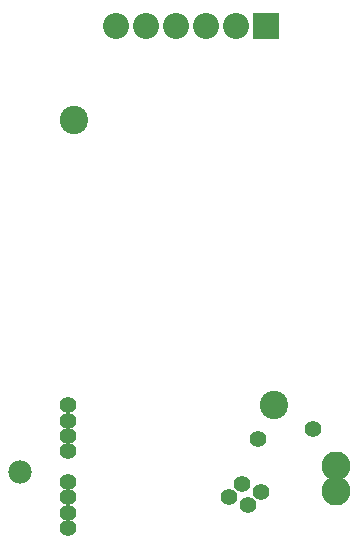
<source format=gbs>
G04 EAGLE Gerber X2 export*
G75*
%MOMM*%
%FSLAX34Y34*%
%LPD*%
%AMOC8*
5,1,8,0,0,1.08239X$1,22.5*%
G01*
%ADD10C,2.403200*%
%ADD11C,1.981200*%
%ADD12C,2.203200*%
%ADD13R,2.203200X2.203200*%
%ADD14C,1.409600*%
%ADD15C,2.465200*%


D10*
X242716Y130960D03*
X73583Y372960D03*
D11*
X27685Y74866D03*
D12*
X108607Y452357D03*
X134007Y452357D03*
X159407Y452357D03*
X184807Y452357D03*
X210207Y452357D03*
D13*
X235607Y452357D03*
D14*
X275293Y111036D03*
D15*
X294914Y58649D03*
X294914Y79927D03*
D14*
X228994Y102237D03*
X231348Y57505D03*
X220437Y46935D03*
X215323Y64751D03*
X204753Y53414D03*
X68199Y130982D03*
X68199Y117685D03*
X68199Y104813D03*
X68199Y92113D03*
X68199Y40287D03*
X68199Y27586D03*
X68199Y53243D03*
X68199Y66200D03*
M02*

</source>
